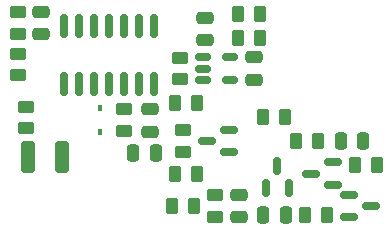
<source format=gbp>
G04 #@! TF.GenerationSoftware,KiCad,Pcbnew,5.99.0-unknown-5a0a2a8366~101~ubuntu20.04.1*
G04 #@! TF.CreationDate,2021-02-21T23:03:29+09:00*
G04 #@! TF.ProjectId,OpenHVPS-5,4f70656e-4856-4505-932d-352e6b696361,V1.1*
G04 #@! TF.SameCoordinates,Original*
G04 #@! TF.FileFunction,Paste,Bot*
G04 #@! TF.FilePolarity,Positive*
%FSLAX46Y46*%
G04 Gerber Fmt 4.6, Leading zero omitted, Abs format (unit mm)*
G04 Created by KiCad (PCBNEW 5.99.0-unknown-5a0a2a8366~101~ubuntu20.04.1) date 2021-02-21 23:03:29*
%MOMM*%
%LPD*%
G01*
G04 APERTURE LIST*
G04 Aperture macros list*
%AMRoundRect*
0 Rectangle with rounded corners*
0 $1 Rounding radius*
0 $2 $3 $4 $5 $6 $7 $8 $9 X,Y pos of 4 corners*
0 Add a 4 corners polygon primitive as box body*
4,1,4,$2,$3,$4,$5,$6,$7,$8,$9,$2,$3,0*
0 Add four circle primitives for the rounded corners*
1,1,$1+$1,$2,$3*
1,1,$1+$1,$4,$5*
1,1,$1+$1,$6,$7*
1,1,$1+$1,$8,$9*
0 Add four rect primitives between the rounded corners*
20,1,$1+$1,$2,$3,$4,$5,0*
20,1,$1+$1,$4,$5,$6,$7,0*
20,1,$1+$1,$6,$7,$8,$9,0*
20,1,$1+$1,$8,$9,$2,$3,0*%
G04 Aperture macros list end*
%ADD10RoundRect,0.250000X-0.262500X-0.450000X0.262500X-0.450000X0.262500X0.450000X-0.262500X0.450000X0*%
%ADD11RoundRect,0.150000X0.587500X0.150000X-0.587500X0.150000X-0.587500X-0.150000X0.587500X-0.150000X0*%
%ADD12RoundRect,0.250000X0.262500X0.450000X-0.262500X0.450000X-0.262500X-0.450000X0.262500X-0.450000X0*%
%ADD13RoundRect,0.250000X-0.250000X-0.475000X0.250000X-0.475000X0.250000X0.475000X-0.250000X0.475000X0*%
%ADD14RoundRect,0.250000X-0.475000X0.250000X-0.475000X-0.250000X0.475000X-0.250000X0.475000X0.250000X0*%
%ADD15RoundRect,0.250000X0.450000X-0.262500X0.450000X0.262500X-0.450000X0.262500X-0.450000X-0.262500X0*%
%ADD16RoundRect,0.250000X-0.450000X0.262500X-0.450000X-0.262500X0.450000X-0.262500X0.450000X0.262500X0*%
%ADD17R,0.450000X0.600000*%
%ADD18RoundRect,0.150000X-0.512500X-0.150000X0.512500X-0.150000X0.512500X0.150000X-0.512500X0.150000X0*%
%ADD19RoundRect,0.150000X-0.587500X-0.150000X0.587500X-0.150000X0.587500X0.150000X-0.587500X0.150000X0*%
%ADD20RoundRect,0.150000X0.150000X-0.587500X0.150000X0.587500X-0.150000X0.587500X-0.150000X-0.587500X0*%
%ADD21RoundRect,0.150000X0.150000X-0.825000X0.150000X0.825000X-0.150000X0.825000X-0.150000X-0.825000X0*%
%ADD22RoundRect,0.250000X0.250000X0.475000X-0.250000X0.475000X-0.250000X-0.475000X0.250000X-0.475000X0*%
%ADD23RoundRect,0.250000X0.475000X-0.250000X0.475000X0.250000X-0.475000X0.250000X-0.475000X-0.250000X0*%
%ADD24RoundRect,0.250000X-0.325000X-1.100000X0.325000X-1.100000X0.325000X1.100000X-0.325000X1.100000X0*%
G04 APERTURE END LIST*
D10*
X140607500Y-75520000D03*
X142432500Y-75520000D03*
X140857500Y-72770000D03*
X142682500Y-72770000D03*
D11*
X154207500Y-71820000D03*
X154207500Y-73720000D03*
X152332500Y-72770000D03*
D12*
X148013750Y-61250000D03*
X146188750Y-61250000D03*
D13*
X148320000Y-76270000D03*
X150220000Y-76270000D03*
D14*
X129520000Y-59070000D03*
X129520000Y-60970000D03*
D13*
X154870000Y-70020000D03*
X156770000Y-70020000D03*
D15*
X141520000Y-70932500D03*
X141520000Y-69107500D03*
D16*
X144270000Y-74607500D03*
X144270000Y-76432500D03*
D17*
X134520000Y-67170000D03*
X134520000Y-69270000D03*
D16*
X127520000Y-59107500D03*
X127520000Y-60932500D03*
D18*
X143257500Y-64831250D03*
X143257500Y-63881250D03*
X143257500Y-62931250D03*
X145532500Y-62931250D03*
X145532500Y-64831250D03*
D14*
X146270000Y-74570000D03*
X146270000Y-76470000D03*
D19*
X155582500Y-76470000D03*
X155582500Y-74570000D03*
X157457500Y-75520000D03*
D15*
X141270000Y-64793750D03*
X141270000Y-62968750D03*
D20*
X150470000Y-73957500D03*
X148570000Y-73957500D03*
X149520000Y-72082500D03*
D12*
X148013750Y-59250000D03*
X146188750Y-59250000D03*
D14*
X138770000Y-67320000D03*
X138770000Y-69220000D03*
D10*
X148337500Y-68000000D03*
X150162500Y-68000000D03*
D21*
X139080000Y-65195000D03*
X137810000Y-65195000D03*
X136540000Y-65195000D03*
X135270000Y-65195000D03*
X134000000Y-65195000D03*
X132730000Y-65195000D03*
X131460000Y-65195000D03*
X131460000Y-60245000D03*
X132730000Y-60245000D03*
X134000000Y-60245000D03*
X135270000Y-60245000D03*
X136540000Y-60245000D03*
X137810000Y-60245000D03*
X139080000Y-60245000D03*
D16*
X128270000Y-67107500D03*
X128270000Y-68932500D03*
D22*
X139220000Y-71020000D03*
X137320000Y-71020000D03*
D23*
X147500000Y-64831250D03*
X147500000Y-62931250D03*
D10*
X140857500Y-66770000D03*
X142682500Y-66770000D03*
D16*
X136520000Y-67307500D03*
X136520000Y-69132500D03*
D10*
X156107500Y-72020000D03*
X157932500Y-72020000D03*
D11*
X145457500Y-69070000D03*
X145457500Y-70970000D03*
X143582500Y-70020000D03*
D12*
X152932500Y-70020000D03*
X151107500Y-70020000D03*
D23*
X143351250Y-61450000D03*
X143351250Y-59550000D03*
D15*
X127520000Y-64432500D03*
X127520000Y-62607500D03*
D24*
X128368000Y-71341500D03*
X131318000Y-71341500D03*
D12*
X153682500Y-76270000D03*
X151857500Y-76270000D03*
M02*

</source>
